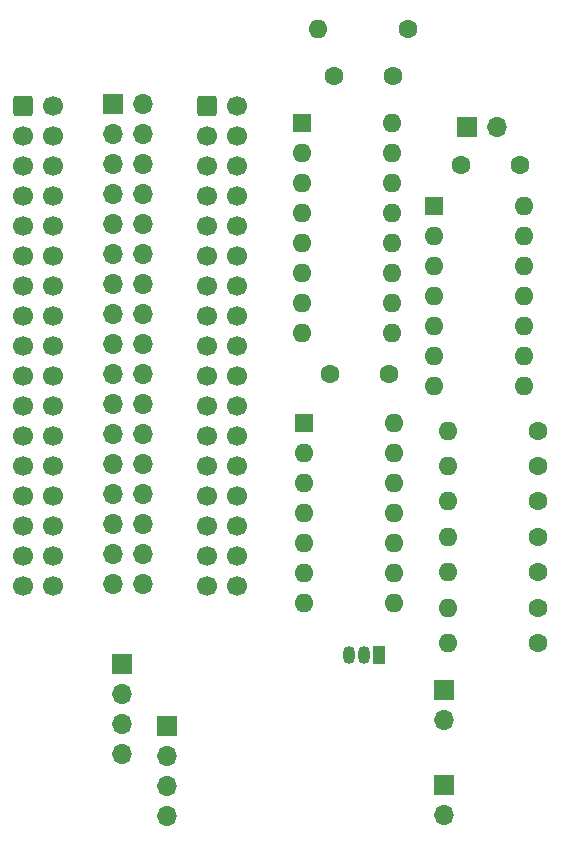
<source format=gts>
G04 #@! TF.GenerationSoftware,KiCad,Pcbnew,8.0.4*
G04 #@! TF.CreationDate,2024-09-21T15:59:35+01:00*
G04 #@! TF.ProjectId,AmigaDualFloppyInterface,416d6967-6144-4756-916c-466c6f707079,1.0*
G04 #@! TF.SameCoordinates,Original*
G04 #@! TF.FileFunction,Soldermask,Top*
G04 #@! TF.FilePolarity,Negative*
%FSLAX46Y46*%
G04 Gerber Fmt 4.6, Leading zero omitted, Abs format (unit mm)*
G04 Created by KiCad (PCBNEW 8.0.4) date 2024-09-21 15:59:35*
%MOMM*%
%LPD*%
G01*
G04 APERTURE LIST*
G04 Aperture macros list*
%AMRoundRect*
0 Rectangle with rounded corners*
0 $1 Rounding radius*
0 $2 $3 $4 $5 $6 $7 $8 $9 X,Y pos of 4 corners*
0 Add a 4 corners polygon primitive as box body*
4,1,4,$2,$3,$4,$5,$6,$7,$8,$9,$2,$3,0*
0 Add four circle primitives for the rounded corners*
1,1,$1+$1,$2,$3*
1,1,$1+$1,$4,$5*
1,1,$1+$1,$6,$7*
1,1,$1+$1,$8,$9*
0 Add four rect primitives between the rounded corners*
20,1,$1+$1,$2,$3,$4,$5,0*
20,1,$1+$1,$4,$5,$6,$7,0*
20,1,$1+$1,$6,$7,$8,$9,0*
20,1,$1+$1,$8,$9,$2,$3,0*%
G04 Aperture macros list end*
%ADD10C,1.600000*%
%ADD11O,1.600000X1.600000*%
%ADD12R,1.050000X1.500000*%
%ADD13O,1.050000X1.500000*%
%ADD14R,1.700000X1.700000*%
%ADD15O,1.700000X1.700000*%
%ADD16R,1.600000X1.600000*%
%ADD17RoundRect,0.250000X-0.600000X-0.600000X0.600000X-0.600000X0.600000X0.600000X-0.600000X0.600000X0*%
%ADD18C,1.700000*%
G04 APERTURE END LIST*
D10*
X111000000Y-121000000D03*
D11*
X103380000Y-121000000D03*
D10*
X100000000Y-69000000D03*
D11*
X92380000Y-69000000D03*
D10*
X111000000Y-118000000D03*
D11*
X103380000Y-118000000D03*
D10*
X111000000Y-115000000D03*
D11*
X103380000Y-115000000D03*
D10*
X111000000Y-109000000D03*
D11*
X103380000Y-109000000D03*
D10*
X111000000Y-106000000D03*
D11*
X103380000Y-106000000D03*
D10*
X111000000Y-103000000D03*
D11*
X103380000Y-103000000D03*
D10*
X93740341Y-72960682D03*
X98740341Y-72960682D03*
X109500000Y-80508286D03*
X104500000Y-80508286D03*
X98376184Y-98186049D03*
X93376184Y-98186049D03*
D12*
X97505233Y-122000000D03*
D13*
X96235233Y-122000000D03*
X94965233Y-122000000D03*
D14*
X103000000Y-125000000D03*
D15*
X103000000Y-127540000D03*
D16*
X91000000Y-77000000D03*
D11*
X91000000Y-79540000D03*
X91000000Y-82080000D03*
X91000000Y-84620000D03*
X91000000Y-87160000D03*
X91000000Y-89700000D03*
X91000000Y-92240000D03*
X91000000Y-94780000D03*
X98620000Y-94780000D03*
X98620000Y-92240000D03*
X98620000Y-89700000D03*
X98620000Y-87160000D03*
X98620000Y-84620000D03*
X98620000Y-82080000D03*
X98620000Y-79540000D03*
X98620000Y-77000000D03*
D17*
X83000000Y-75550000D03*
D18*
X85540000Y-75550000D03*
X83000000Y-78090000D03*
X85540000Y-78090000D03*
X83000000Y-80630000D03*
X85540000Y-80630000D03*
X83000000Y-83170000D03*
X85540000Y-83170000D03*
X83000000Y-85710000D03*
X85540000Y-85710000D03*
X83000000Y-88250000D03*
X85540000Y-88250000D03*
X83000000Y-90790000D03*
X85540000Y-90790000D03*
X83000000Y-93330000D03*
X85540000Y-93330000D03*
X83000000Y-95870000D03*
X85540000Y-95870000D03*
X83000000Y-98410000D03*
X85540000Y-98410000D03*
X83000000Y-100950000D03*
X85540000Y-100950000D03*
X83000000Y-103490000D03*
X85540000Y-103490000D03*
X83000000Y-106030000D03*
X85540000Y-106030000D03*
X83000000Y-108570000D03*
X85540000Y-108570000D03*
X83000000Y-111110000D03*
X85540000Y-111110000D03*
X83000000Y-113650000D03*
X85540000Y-113650000D03*
X83000000Y-116190000D03*
X85540000Y-116190000D03*
D16*
X102200000Y-84000000D03*
D11*
X102200000Y-86540000D03*
X102200000Y-89080000D03*
X102200000Y-91620000D03*
X102200000Y-94160000D03*
X102200000Y-96700000D03*
X102200000Y-99240000D03*
X109820000Y-99240000D03*
X109820000Y-96700000D03*
X109820000Y-94160000D03*
X109820000Y-91620000D03*
X109820000Y-89080000D03*
X109820000Y-86540000D03*
X109820000Y-84000000D03*
D14*
X104988683Y-77289682D03*
D15*
X107528683Y-77289682D03*
D16*
X91200000Y-102375000D03*
D11*
X91200000Y-104915000D03*
X91200000Y-107455000D03*
X91200000Y-109995000D03*
X91200000Y-112535000D03*
X91200000Y-115075000D03*
X91200000Y-117615000D03*
X98820000Y-117615000D03*
X98820000Y-115075000D03*
X98820000Y-112535000D03*
X98820000Y-109995000D03*
X98820000Y-107455000D03*
X98820000Y-104915000D03*
X98820000Y-102375000D03*
D14*
X103000000Y-133000000D03*
D15*
X103000000Y-135540000D03*
D17*
X67415000Y-75550000D03*
D18*
X69955000Y-75550000D03*
X67415000Y-78090000D03*
X69955000Y-78090000D03*
X67415000Y-80630000D03*
X69955000Y-80630000D03*
X67415000Y-83170000D03*
X69955000Y-83170000D03*
X67415000Y-85710000D03*
X69955000Y-85710000D03*
X67415000Y-88250000D03*
X69955000Y-88250000D03*
X67415000Y-90790000D03*
X69955000Y-90790000D03*
X67415000Y-93330000D03*
X69955000Y-93330000D03*
X67415000Y-95870000D03*
X69955000Y-95870000D03*
X67415000Y-98410000D03*
X69955000Y-98410000D03*
X67415000Y-100950000D03*
X69955000Y-100950000D03*
X67415000Y-103490000D03*
X69955000Y-103490000D03*
X67415000Y-106030000D03*
X69955000Y-106030000D03*
X67415000Y-108570000D03*
X69955000Y-108570000D03*
X67415000Y-111110000D03*
X69955000Y-111110000D03*
X67415000Y-113650000D03*
X69955000Y-113650000D03*
X67415000Y-116190000D03*
X69955000Y-116190000D03*
D14*
X79613106Y-127997615D03*
D15*
X79613106Y-130537615D03*
X79613106Y-133077615D03*
X79613106Y-135617615D03*
D14*
X75000000Y-75380000D03*
D15*
X77540000Y-75380000D03*
X75000000Y-77920000D03*
X77540000Y-77920000D03*
X75000000Y-80460000D03*
X77540000Y-80460000D03*
X75000000Y-83000000D03*
X77540000Y-83000000D03*
X75000000Y-85540000D03*
X77540000Y-85540000D03*
X75000000Y-88080000D03*
X77540000Y-88080000D03*
X75000000Y-90620000D03*
X77540000Y-90620000D03*
X75000000Y-93160000D03*
X77540000Y-93160000D03*
X75000000Y-95700000D03*
X77540000Y-95700000D03*
X75000000Y-98240000D03*
X77540000Y-98240000D03*
X75000000Y-100780000D03*
X77540000Y-100780000D03*
X75000000Y-103320000D03*
X77540000Y-103320000D03*
X75000000Y-105860000D03*
X77540000Y-105860000D03*
X75000000Y-108400000D03*
X77540000Y-108400000D03*
X75000000Y-110940000D03*
X77540000Y-110940000D03*
X75000000Y-113480000D03*
X77540000Y-113480000D03*
X75000000Y-116020000D03*
X77540000Y-116020000D03*
D14*
X75750000Y-122770000D03*
D15*
X75750000Y-125310000D03*
X75750000Y-127850000D03*
X75750000Y-130390000D03*
D10*
X111000000Y-112000000D03*
D11*
X103380000Y-112000000D03*
M02*

</source>
